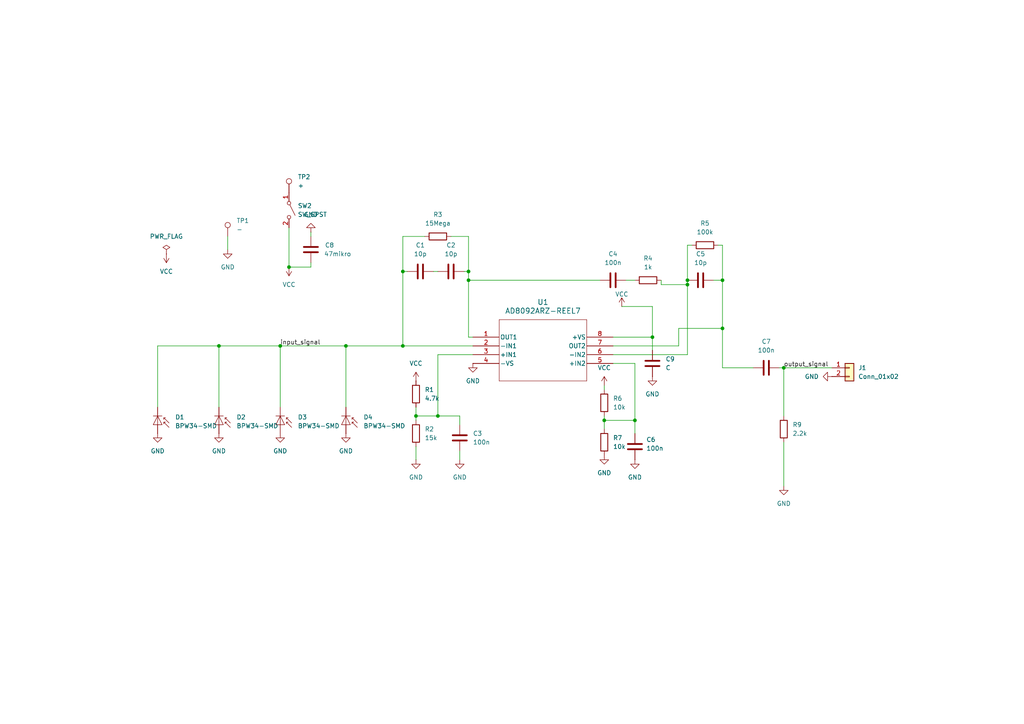
<source format=kicad_sch>
(kicad_sch (version 20250114) (generator "eeschema") (generator_version "9.0")
  (paper "A4")
  (title_block (title "Detector Version 2") (date "2025-04-06"))
  (lib_symbols
    (symbol "2025-03-21_07-43-58:AD8092ARZ-REEL7" (pin_names (offset 0.254))
      (property "Reference" "U" (at 20.32 10.16 0))
      (property "Value" "AD8092ARZ-REEL7" (at 20.32 7.62 0))
      (symbol "AD8092ARZ-REEL7_0_1"
        (polyline (pts (xy 7.62 5.08) (xy 7.62 -12.7)) (stroke (width 0.127)))
        (polyline (pts (xy 7.62 -12.7) (xy 33.02 -12.7)) (stroke (width 0.127)))
        (polyline (pts (xy 33.02 5.08) (xy 7.62 5.08)) (stroke (width 0.127)))
        (polyline (pts (xy 33.02 -12.7) (xy 33.02 5.08)) (stroke (width 0.127)))
        (pin unspecified line (at 0 0 0) (length 7.62) (name "OUT1") (number "1"))
        (pin unspecified line (at 0 -2.54 0) (length 7.62) (name "-IN1") (number "2"))
        (pin unspecified line (at 0 -5.08 0) (length 7.62) (name "+IN1") (number "3"))
        (pin power_in line (at 0 -7.62 0) (length 7.62) (name "-VS") (number "4"))
        (pin power_in line (at 40.64 0 180) (length 7.62) (name "+VS") (number "8"))
        (pin unspecified line (at 40.64 -2.54 180) (length 7.62) (name "OUT2") (number "7"))
        (pin unspecified line (at 40.64 -5.08 180) (length 7.62) (name "-IN2") (number "6"))
        (pin unspecified line (at 40.64 -7.62 180) (length 7.62) (name "+IN2") (number "5"))
      )
    )
    (symbol "Connector:TestPoint" (pin_numbers (hide yes)) (pin_names (offset 0.762) (hide yes))
      (property "Reference" "TP" (at 0 6.858 0))
      (property "Value" "TestPoint" (at 0 5.08 0))
      (symbol "TestPoint_0_1"
        (circle (center 0 3.302) (radius 0.762))
      )
      (symbol "TestPoint_1_1"
        (pin passive line (at 0 0 90) (length 2.54) (name "1") (number "1"))
      )
    )
    (symbol "Connector_Generic:Conn_01x02" (pin_names (offset 1.016) (hide yes))
      (property "Reference" "J" (at 0 2.54 0))
      (property "Value" "Conn_01x02" (at 0 -5.08 0))
      (symbol "Conn_01x02_1_1"
        (rectangle (start -1.27 1.27) (end 1.27 -3.81) (stroke (width 0.254)) (fill (type background)))
        (rectangle (start -1.27 0.127) (end 0 -0.127) (stroke (width 0.1524)))
        (rectangle (start -1.27 -2.413) (end 0 -2.667) (stroke (width 0.1524)))
        (pin passive line (at -5.08 0 0) (length 3.81) (name "Pin_1") (number "1"))
        (pin passive line (at -5.08 -2.54 0) (length 3.81) (name "Pin_2") (number "2"))
      )
    )
    (symbol "Device:C" (pin_numbers (hide yes)) (pin_names (offset 0.254))
      (property "Reference" "C" (at 0.635 2.54 0))
      (property "Value" "C" (at 0.635 -2.54 0))
      (symbol "C_0_1"
        (polyline (pts (xy -2.032 0.762) (xy 2.032 0.762)) (stroke (width 0.508)))
        (polyline (pts (xy -2.032 -0.762) (xy 2.032 -0.762)) (stroke (width 0.508)))
      )
      (symbol "C_1_1"
        (pin passive line (at 0 3.81 270) (length 2.794) (name "~") (number "1"))
        (pin passive line (at 0 -3.81 90) (length 2.794) (name "~") (number "2"))
      )
    )
    (symbol "Device:R" (pin_numbers (hide yes)) (pin_names (offset 0))
      (property "Reference" "R" (at 2.032 0 90))
      (property "Value" "R" (at 0 0 90))
      (symbol "R_0_1"
        (rectangle (start -1.016 -2.54) (end 1.016 2.54) (stroke (width 0.254)))
      )
      (symbol "R_1_1"
        (pin passive line (at 0 3.81 270) (length 1.27) (name "~") (number "1"))
        (pin passive line (at 0 -3.81 90) (length 1.27) (name "~") (number "2"))
      )
    )
    (symbol "Sensor_Optical:BPW34-SMD" (pin_numbers (hide yes)) (pin_names (offset 1.016) (hide yes))
      (property "Reference" "D" (at 0.508 1.778 0))
      (property "Value" "BPW34-SMD" (at -1.016 -2.794 0))
      (symbol "BPW34-SMD_0_1"
        (polyline (pts (xy -2.54 1.27) (xy -2.54 -1.27)) (stroke (width 0.1524)))
        (polyline (pts (xy -2.032 1.778) (xy -1.524 1.778)))
        (polyline (pts (xy -0.508 3.302) (xy -2.032 1.778) (xy -2.032 2.286)))
        (polyline (pts (xy 0 1.27) (xy -2.54 0) (xy 0 -1.27)))
        (polyline (pts (xy 0 0) (xy -2.54 0)))
        (polyline (pts (xy 0 -1.27) (xy 0 1.27)))
        (polyline (pts (xy 0.762 3.302) (xy -0.762 1.778) (xy -0.762 2.286) (xy -0.762 1.778) (xy -0.254 1.778)))
      )
      (symbol "BPW34-SMD_1_1"
        (pin passive line (at -5.08 0 0) (length 2.54) (name "K") (number "1"))
        (pin passive line (at 2.54 0 180) (length 2.54) (name "A") (number "2"))
      )
    )
    (symbol "Switch:SW_SPST" (pin_names (offset 0) (hide yes))
      (property "Reference" "SW" (at 0 3.175 0))
      (property "Value" "SW_SPST" (at 0 -2.54 0))
      (symbol "SW_SPST_0_0"
        (circle (center -2.032 0) (radius 0.508))
        (polyline (pts (xy -1.524 0.254) (xy 1.524 1.778)))
        (circle (center 2.032 0) (radius 0.508))
      )
      (symbol "SW_SPST_1_1"
        (pin passive line (at -5.08 0 0) (length 2.54) (name "A") (number "1"))
        (pin passive line (at 5.08 0 180) (length 2.54) (name "B") (number "2"))
      )
    )
    (symbol "power:GND" (power) (pin_numbers (hide yes)) (pin_names (offset 0) (hide yes))
      (property "Value" "GND" (at 0 -3.81 0))
      (symbol "GND_0_1"
        (polyline (pts (xy 0 0) (xy 0 -1.27) (xy 1.27 -1.27) (xy 0 -2.54) (xy -1.27 -1.27) (xy 0 -1.27)))
      )
      (symbol "GND_1_1"
        (pin power_in line (at 0 0 270) (length 0) (name "~") (number "1"))
      )
    )
    (symbol "power:PWR_FLAG" (power) (pin_numbers (hide yes)) (pin_names (offset 0) (hide yes))
      (property "Value" "PWR_FLAG" (at 0 3.81 0))
      (symbol "PWR_FLAG_0_0"
        (pin power_out line (at 0 0 90) (length 0) (name "~") (number "1"))
      )
      (symbol "PWR_FLAG_0_1"
        (polyline (pts (xy 0 0) (xy 0 1.27) (xy -1.016 1.905) (xy 0 2.54) (xy 1.016 1.905) (xy 0 1.27)))
      )
    )
    (symbol "power:VCC" (power) (pin_numbers (hide yes)) (pin_names (offset 0) (hide yes))
      (property "Value" "VCC" (at 0 3.556 0))
      (symbol "VCC_0_1"
        (polyline (pts (xy -0.762 1.27) (xy 0 2.54)))
        (polyline (pts (xy 0 2.54) (xy 0.762 1.27)))
        (polyline (pts (xy 0 0) (xy 0 2.54)))
      )
      (symbol "VCC_1_1"
        (pin power_in line (at 0 0 90) (length 0) (name "~") (number "1"))
      )
    )
  )
  (junction (at 116.84 100.33))
  (junction (at 100.33 100.33))
  (junction (at 189.23 97.79))
  (junction (at 184.15 121.92))
  (junction (at 135.89 81.28))
  (junction (at 81.28 100.33))
  (junction (at 199.39 81.28))
  (junction (at 63.5 100.33))
  (junction (at 209.55 81.28))
  (junction (at 127 120.65))
  (junction (at 83.82 77.47))
  (junction (at 175.26 121.92))
  (junction (at 116.84 78.74))
  (junction (at 227.33 106.68))
  (junction (at 120.65 120.65))
  (junction (at 209.55 95.25))
  (junction (at 199.39 82.55))
  (junction (at 135.89 78.74))
  (wire (pts (xy 63.5 100.33) (xy 63.5 118.11)))
  (wire (pts (xy 177.8 97.79) (xy 189.23 97.79)))
  (wire (pts (xy 100.33 100.33) (xy 100.33 118.11)))
  (wire (pts (xy 135.89 68.58) (xy 135.89 78.74)))
  (wire (pts (xy 227.33 128.27) (xy 227.33 140.97)))
  (wire (pts (xy 127 102.87) (xy 137.16 102.87)))
  (wire (pts (xy 83.82 66.04) (xy 83.82 77.47)))
  (wire (pts (xy 209.55 81.28) (xy 209.55 95.25)))
  (wire (pts (xy 120.65 120.65) (xy 127 120.65)))
  (wire (pts (xy 196.85 100.33) (xy 177.8 100.33)))
  (wire (pts (xy 135.89 81.28) (xy 135.89 97.79)))
  (wire (pts (xy 135.89 81.28) (xy 173.99 81.28)))
  (wire (pts (xy 120.65 129.54) (xy 120.65 133.35)))
  (wire (pts (xy 45.72 100.33) (xy 45.72 118.11)))
  (wire (pts (xy 199.39 71.12) (xy 199.39 81.28)))
  (wire (pts (xy 175.26 121.92) (xy 184.15 121.92)))
  (wire (pts (xy 120.65 118.11) (xy 120.65 120.65)))
  (wire (pts (xy 116.84 68.58) (xy 116.84 78.74)))
  (wire (pts (xy 45.72 100.33) (xy 63.5 100.33)))
  (wire (pts (xy 209.55 106.68) (xy 218.44 106.68)))
  (wire (pts (xy 63.5 100.33) (xy 81.28 100.33)))
  (wire (pts (xy 199.39 82.55) (xy 199.39 81.28)))
  (wire (pts (xy 81.28 100.33) (xy 100.33 100.33)))
  (wire (pts (xy 209.55 95.25) (xy 209.55 106.68)))
  (wire (pts (xy 209.55 71.12) (xy 209.55 81.28)))
  (wire (pts (xy 184.15 105.41) (xy 184.15 121.92)))
  (wire (pts (xy 189.23 97.79) (xy 189.23 88.9)))
  (wire (pts (xy 120.65 120.65) (xy 120.65 121.92)))
  (wire (pts (xy 226.06 106.68) (xy 227.33 106.68)))
  (wire (pts (xy 133.35 120.65) (xy 133.35 123.19)))
  (wire (pts (xy 133.35 130.81) (xy 133.35 133.35)))
  (wire (pts (xy 134.62 78.74) (xy 135.89 78.74)))
  (wire (pts (xy 227.33 106.68) (xy 227.33 120.65)))
  (wire (pts (xy 100.33 100.33) (xy 116.84 100.33)))
  (wire (pts (xy 135.89 97.79) (xy 137.16 97.79)))
  (wire (pts (xy 184.15 121.92) (xy 184.15 125.73)))
  (wire (pts (xy 90.17 67.31) (xy 90.17 68.58)))
  (wire (pts (xy 175.26 113.03) (xy 175.26 111.76)))
  (wire (pts (xy 116.84 68.58) (xy 123.19 68.58)))
  (wire (pts (xy 90.17 76.2) (xy 90.17 77.47)))
  (wire (pts (xy 81.28 100.33) (xy 81.28 118.11)))
  (wire (pts (xy 83.82 77.47) (xy 90.17 77.47)))
  (wire (pts (xy 189.23 101.6) (xy 189.23 97.79)))
  (wire (pts (xy 175.26 120.65) (xy 175.26 121.92)))
  (wire (pts (xy 66.04 68.58) (xy 66.04 72.39)))
  (wire (pts (xy 127 102.87) (xy 127 120.65)))
  (wire (pts (xy 181.61 81.28) (xy 184.15 81.28)))
  (wire (pts (xy 184.15 105.41) (xy 177.8 105.41)))
  (wire (pts (xy 191.77 82.55) (xy 199.39 82.55)))
  (wire (pts (xy 199.39 82.55) (xy 199.39 102.87)))
  (wire (pts (xy 116.84 78.74) (xy 118.11 78.74)))
  (wire (pts (xy 135.89 78.74) (xy 135.89 81.28)))
  (wire (pts (xy 125.73 78.74) (xy 127 78.74)))
  (wire (pts (xy 196.85 95.25) (xy 209.55 95.25)))
  (wire (pts (xy 199.39 102.87) (xy 177.8 102.87)))
  (wire (pts (xy 116.84 100.33) (xy 116.84 78.74)))
  (wire (pts (xy 127 120.65) (xy 133.35 120.65)))
  (wire (pts (xy 207.01 81.28) (xy 209.55 81.28)))
  (wire (pts (xy 189.23 88.9) (xy 180.34 88.9)))
  (wire (pts (xy 116.84 100.33) (xy 137.16 100.33)))
  (wire (pts (xy 208.28 71.12) (xy 209.55 71.12)))
  (wire (pts (xy 199.39 71.12) (xy 200.66 71.12)))
  (wire (pts (xy 175.26 121.92) (xy 175.26 124.46)))
  (wire (pts (xy 191.77 82.55) (xy 191.77 81.28)))
  (wire (pts (xy 227.33 106.68) (xy 241.3 106.68)))
  (wire (pts (xy 130.81 68.58) (xy 135.89 68.58)))
  (wire (pts (xy 196.85 95.25) (xy 196.85 100.33)))
  (label "input_signal" (at 81.28 100.33 0))
  (label "output_signal" (at 227.33 106.68 0))
  (symbol (lib_id "power:GND") (at 66.04 72.39 0) (unit 1)
    (property "Reference" "#PWR018" (effects (hide yes)))
    (property "Value" "GND" (at 66.04 77.47 0))
    (property "Description" "Power symbol creates a global label with name \"GND\" , ground" (effects (hide yes)))
  )
  (symbol (lib_id "power:VCC") (at 83.82 77.47 180) (unit 1)
    (property "Reference" "#PWR019" (effects (hide yes)))
    (property "Value" "VCC" (at 83.82 82.55 0))
    (property "Description" "Power symbol creates a global label with name \"VCC\"" (effects (hide yes)))
  )
  (symbol (lib_id "power:PWR_FLAG") (at 48.26 73.66 0) (unit 1)
    (property "Reference" "#FLG01" (effects (hide yes)))
    (property "Value" "PWR_FLAG" (at 48.26 68.58 0))
    (property "Description" "Special symbol for telling ERC where power comes from" (effects (hide yes)))
  )
  (symbol (lib_id "Device:C") (at 121.92 78.74 90) (unit 1)
    (property "Reference" "C1" (at 121.92 71.12 90))
    (property "Value" "10p" (at 121.92 73.66 90))
    (property "Footprint" "Capacitor_SMD:C_0805_2012Metric" (effects (hide yes)))
    (property "Description" "Unpolarized capacitor" (effects (hide yes)))
  )
  (symbol (lib_id "Device:C") (at 203.2 81.28 90) (unit 1)
    (property "Reference" "C5" (at 203.2 73.66 90))
    (property "Value" "10p" (at 203.2 76.2 90))
    (property "Footprint" "Capacitor_SMD:C_0805_2012Metric" (effects (hide yes)))
    (property "Description" "Unpolarized capacitor" (effects (hide yes)))
  )
  (symbol (lib_id "power:GND") (at 189.23 109.22 0) (unit 1)
    (property "Reference" "#PWR02" (effects (hide yes)))
    (property "Value" "GND" (at 189.23 114.3 0))
    (property "Description" "Power symbol creates a global label with name \"GND\" , ground" (effects (hide yes)))
  )
  (symbol (lib_id "Device:C") (at 184.15 129.54 180) (unit 1)
    (property "Reference" "C6" (at 187.452 127.508 0) (effects (justify right)))
    (property "Value" "100n" (at 187.452 130.048 0) (effects (justify right)))
    (property "Footprint" "Capacitor_SMD:C_0805_2012Metric" (effects (hide yes)))
    (property "Description" "Unpolarized capacitor" (effects (hide yes)))
  )
  (symbol (lib_id "Device:C") (at 130.81 78.74 90) (unit 1)
    (property "Reference" "C2" (at 130.81 71.12 90))
    (property "Value" "10p" (at 130.81 73.66 90))
    (property "Footprint" "Capacitor_SMD:C_0805_2012Metric" (effects (hide yes)))
    (property "Description" "Unpolarized capacitor" (effects (hide yes)))
  )
  (symbol (lib_id "power:VCC") (at 48.26 73.66 180) (unit 1)
    (property "Reference" "#PWR014" (effects (hide yes)))
    (property "Value" "VCC" (at 48.26 78.74 0))
    (property "Description" "Power symbol creates a global label with name \"VCC\"" (effects (hide yes)))
  )
  (symbol (lib_id "power:GND") (at 45.72 125.73 0) (unit 1)
    (property "Reference" "#PWR03" (effects (hide yes)))
    (property "Value" "GND" (at 45.72 130.81 0))
    (property "Description" "Power symbol creates a global label with name \"GND\" , ground" (effects (hide yes)))
  )
  (symbol (lib_id "power:GND") (at 227.33 140.97 0) (unit 1)
    (property "Reference" "#PWR011" (effects (hide yes)))
    (property "Value" "GND" (at 227.33 146.05 0))
    (property "Description" "Power symbol creates a global label with name \"GND\" , ground" (effects (hide yes)))
  )
  (symbol (lib_id "Sensor_Optical:BPW34-SMD") (at 45.72 123.19 270) (unit 1)
    (property "Reference" "D1" (at 50.8 120.9928 90) (effects (justify left)))
    (property "Value" "BPW34-SMD" (at 50.8 123.5328 90) (effects (justify left)))
    (property "Footprint" "footprints:LED_VBPW34S_VIS" (effects (hide yes)))
    (property "Datasheet" "https://dammedia.osram.info/media/resource/hires/osram-dam-5488319/BPW%2034%20S_EN.pdf" (effects (hide yes)))
    (property "Description" "Silicon PIN Photodiode, Area 2.65x2.65mm" (effects (hide yes)))
  )
  (symbol (lib_id "Device:C") (at 177.8 81.28 90) (unit 1)
    (property "Reference" "C4" (at 177.8 73.66 90))
    (property "Value" "100n" (at 177.8 76.2 90))
    (property "Footprint" "Capacitor_SMD:C_0805_2012Metric" (effects (hide yes)))
    (property "Description" "Unpolarized capacitor" (effects (hide yes)))
  )
  (symbol (lib_id "power:VCC") (at 120.65 110.49 0) (unit 1)
    (property "Reference" "#PWR012" (effects (hide yes)))
    (property "Value" "VCC" (at 120.65 105.41 0))
    (property "Description" "Power symbol creates a global label with name \"VCC\"" (effects (hide yes)))
  )
  (symbol (lib_id "power:GND") (at 241.3 109.22 270) (unit 1)
    (property "Reference" "#PWR017" (effects (hide yes)))
    (property "Value" "GND" (at 237.49 109.2199 90) (effects (justify right)))
    (property "Description" "Power symbol creates a global label with name \"GND\" , ground" (effects (hide yes)))
  )
  (symbol (lib_id "Device:R") (at 127 68.58 90) (unit 1)
    (property "Reference" "R3" (at 127 62.23 90))
    (property "Value" "15Mega" (at 127 64.77 90))
    (property "Footprint" "Resistor_SMD:R_0805_2012Metric" (effects (hide yes)))
    (property "Description" "Resistor" (effects (hide yes)))
  )
  (symbol (lib_id "Connector_Generic:Conn_01x02") (at 246.38 106.68 0) (unit 1)
    (property "Reference" "J1" (at 248.92 106.6799 0) (effects (justify left)))
    (property "Value" "Conn_01x02" (at 248.92 109.2199 0) (effects (justify left)))
    (property "Footprint" "footprints:CONN_SJ-2523-SMT-TR_CUD" (effects (hide yes)))
    (property "Description" "Generic connector, single row, 01x02, script generated (kicad-library-utils/schlib/autogen/connector/)" (effects (hide yes)))
  )
  (symbol (lib_id "power:GND") (at 81.28 125.73 0) (unit 1)
    (property "Reference" "#PWR015" (effects (hide yes)))
    (property "Value" "GND" (at 81.28 130.81 0))
    (property "Description" "Power symbol creates a global label with name \"GND\" , ground" (effects (hide yes)))
  )
  (symbol (lib_id "power:GND") (at 120.65 133.35 0) (unit 1)
    (property "Reference" "#PWR07" (effects (hide yes)))
    (property "Value" "GND" (at 120.65 138.43 0))
    (property "Description" "Power symbol creates a global label with name \"GND\" , ground" (effects (hide yes)))
  )
  (symbol (lib_id "Switch:SW_SPST") (at 83.82 60.96 270) (unit 1)
    (property "Reference" "SW2" (at 86.36 59.6899 90) (effects (justify left)))
    (property "Value" "SW_SPST" (at 86.36 62.2299 90) (effects (justify left)))
    (property "Footprint" "footprints:SSSS810701" (effects (hide yes)))
    (property "Description" "Single Pole Single Throw (SPST) switch" (effects (hide yes)))
  )
  (symbol (lib_id "Device:R") (at 175.26 116.84 0) (unit 1)
    (property "Reference" "R6" (at 177.8 115.5699 0) (effects (justify left)))
    (property "Value" "10k" (at 177.8 118.1099 0) (effects (justify left)))
    (property "Footprint" "Resistor_SMD:R_0805_2012Metric" (effects (hide yes)))
    (property "Description" "Resistor" (effects (hide yes)))
  )
  (symbol (lib_id "power:GND") (at 137.16 105.41 0) (unit 1)
    (property "Reference" "#PWR01" (effects (hide yes)))
    (property "Value" "GND" (at 137.16 110.49 0))
    (property "Description" "Power symbol creates a global label with name \"GND\" , ground" (effects (hide yes)))
  )
  (symbol (lib_id "Sensor_Optical:BPW34-SMD") (at 100.33 123.19 270) (unit 1)
    (property "Reference" "D4" (at 105.41 120.9928 90) (effects (justify left)))
    (property "Value" "BPW34-SMD" (at 105.41 123.5328 90) (effects (justify left)))
    (property "Footprint" "footprints:LED_VBPW34S_VIS" (effects (hide yes)))
    (property "Datasheet" "https://dammedia.osram.info/media/resource/hires/osram-dam-5488319/BPW%2034%20S_EN.pdf" (effects (hide yes)))
    (property "Description" "Silicon PIN Photodiode, Area 2.65x2.65mm" (effects (hide yes)))
  )
  (symbol (lib_id "Device:C") (at 189.23 105.41 0) (unit 1)
    (property "Reference" "C9" (at 193.04 104.1399 0) (effects (justify left)))
    (property "Value" "C" (at 193.04 106.6799 0) (effects (justify left)))
    (property "Description" "Unpolarized capacitor" (effects (hide yes)))
  )
  (symbol (lib_id "power:GND") (at 184.15 133.35 0) (unit 1)
    (property "Reference" "#PWR010" (effects (hide yes)))
    (property "Value" "GND" (at 184.15 138.43 0))
    (property "Description" "Power symbol creates a global label with name \"GND\" , ground" (effects (hide yes)))
  )
  (symbol (lib_id "Device:C") (at 222.25 106.68 90) (unit 1)
    (property "Reference" "C7" (at 222.25 99.06 90))
    (property "Value" "100n" (at 222.25 101.6 90))
    (property "Footprint" "Capacitor_SMD:C_0805_2012Metric" (effects (hide yes)))
    (property "Description" "Unpolarized capacitor" (effects (hide yes)))
  )
  (symbol (lib_id "Connector:TestPoint") (at 66.04 68.58 0) (unit 1)
    (property "Reference" "TP1" (at 68.58 64.0079 0) (effects (justify left)))
    (property "Value" "-" (at 68.58 66.5479 0) (effects (justify left)))
    (property "Footprint" "Connector_PinHeader_1.00mm:PinHeader_1x01_P1.00mm_Vertical" (effects (hide yes)))
    (property "Description" "test point" (effects (hide yes)))
  )
  (symbol (lib_id "power:GND") (at 100.33 125.73 0) (unit 1)
    (property "Reference" "#PWR016" (effects (hide yes)))
    (property "Value" "GND" (at 100.33 130.81 0))
    (property "Description" "Power symbol creates a global label with name \"GND\" , ground" (effects (hide yes)))
  )
  (symbol (lib_id "2025-03-21_07-43-58:AD8092ARZ-REEL7") (at 137.16 97.79 0) (unit 1)
    (property "Reference" "U1" (at 157.48 87.63 0) (effects (font (size 1.524 1.524))))
    (property "Value" "AD8092ARZ-REEL7" (at 157.48 90.17 0) (effects (font (size 1.524 1.524))))
    (property "Footprint" "footprints:R_8_ADI" (effects (hide yes)))
    (property "Datasheet" "AD8092ARZ-REEL7" (effects (hide yes)))
  )
  (symbol (lib_id "Device:R") (at 120.65 114.3 0) (unit 1)
    (property "Reference" "R1" (at 123.19 113.0299 0) (effects (justify left)))
    (property "Value" "4.7k" (at 123.19 115.5699 0) (effects (justify left)))
    (property "Footprint" "Resistor_SMD:R_0805_2012Metric" (effects (hide yes)))
    (property "Description" "Resistor" (effects (hide yes)))
  )
  (symbol (lib_id "power:VCC") (at 180.34 88.9 0) (unit 1)
    (property "Reference" "#PWR06" (effects (hide yes)))
    (property "Value" "VCC" (at 180.34 85.344 0))
    (property "Description" "Power symbol creates a global label with name \"VCC\"" (effects (hide yes)))
  )
  (symbol (lib_id "Device:R") (at 187.96 81.28 90) (unit 1)
    (property "Reference" "R4" (at 187.96 74.93 90))
    (property "Value" "1k" (at 187.96 77.47 90))
    (property "Footprint" "Resistor_SMD:R_0805_2012Metric" (effects (hide yes)))
    (property "Description" "Resistor" (effects (hide yes)))
  )
  (symbol (lib_id "Device:C") (at 133.35 127 0) (unit 1)
    (property "Reference" "C3" (at 137.16 125.7299 0) (effects (justify left)))
    (property "Value" "100n" (at 137.16 128.2699 0) (effects (justify left)))
    (property "Footprint" "Capacitor_SMD:C_0805_2012Metric" (effects (hide yes)))
    (property "Description" "Unpolarized capacitor" (effects (hide yes)))
  )
  (symbol (lib_id "power:VCC") (at 175.26 111.76 0) (unit 1)
    (property "Reference" "#PWR013" (effects (hide yes)))
    (property "Value" "VCC" (at 175.26 106.68 0))
    (property "Description" "Power symbol creates a global label with name \"VCC\"" (effects (hide yes)))
  )
  (symbol (lib_id "Connector:TestPoint") (at 83.82 55.88 0) (unit 1)
    (property "Reference" "TP2" (at 86.36 51.3079 0) (effects (justify left)))
    (property "Value" "+" (at 86.36 53.8479 0) (effects (justify left)))
    (property "Footprint" "Connector_PinHeader_1.00mm:PinHeader_1x01_P1.00mm_Vertical" (effects (hide yes)))
    (property "Description" "test point" (effects (hide yes)))
  )
  (symbol (lib_id "Device:R") (at 227.33 124.46 0) (unit 1)
    (property "Reference" "R9" (at 229.87 123.1899 0) (effects (justify left)))
    (property "Value" "2.2k" (at 229.87 125.7299 0) (effects (justify left)))
    (property "Footprint" "Resistor_SMD:R_0805_2012Metric" (effects (hide yes)))
    (property "Description" "Resistor" (effects (hide yes)))
  )
  (symbol (lib_id "Device:C") (at 90.17 72.39 180) (unit 1)
    (property "Reference" "C8" (at 94.234 71.12 0) (effects (justify right)))
    (property "Value" "47mikro" (at 93.98 73.6599 0) (effects (justify right)))
    (property "Footprint" "footprints:PCAP_EEHZ_D_PAN" (effects (hide yes)))
    (property "Description" "Unpolarized capacitor" (effects (hide yes)))
  )
  (symbol (lib_id "Sensor_Optical:BPW34-SMD") (at 63.5 123.19 270) (unit 1)
    (property "Reference" "D2" (at 68.58 120.9928 90) (effects (justify left)))
    (property "Value" "BPW34-SMD" (at 68.58 123.5328 90) (effects (justify left)))
    (property "Footprint" "footprints:LED_VBPW34S_VIS" (effects (hide yes)))
    (property "Datasheet" "https://dammedia.osram.info/media/resource/hires/osram-dam-5488319/BPW%2034%20S_EN.pdf" (effects (hide yes)))
    (property "Description" "Silicon PIN Photodiode, Area 2.65x2.65mm" (effects (hide yes)))
  )
  (symbol (lib_id "power:GND") (at 63.5 125.73 0) (unit 1)
    (property "Reference" "#PWR04" (effects (hide yes)))
    (property "Value" "GND" (at 63.5 130.81 0))
    (property "Description" "Power symbol creates a global label with name \"GND\" , ground" (effects (hide yes)))
  )
  (symbol (lib_id "Device:R") (at 120.65 125.73 0) (unit 1)
    (property "Reference" "R2" (at 123.19 124.4599 0) (effects (justify left)))
    (property "Value" "15k" (at 123.19 126.9999 0) (effects (justify left)))
    (property "Footprint" "Resistor_SMD:R_0805_2012Metric" (effects (hide yes)))
    (property "Description" "Resistor" (effects (hide yes)))
  )
  (symbol (lib_id "Device:R") (at 204.47 71.12 90) (unit 1)
    (property "Reference" "R5" (at 204.47 64.77 90))
    (property "Value" "100k" (at 204.47 67.31 90))
    (property "Footprint" "Resistor_SMD:R_0805_2012Metric" (effects (hide yes)))
    (property "Description" "Resistor" (effects (hide yes)))
  )
  (symbol (lib_id "power:GND") (at 175.26 132.08 0) (unit 1)
    (property "Reference" "#PWR09" (effects (hide yes)))
    (property "Value" "GND" (at 175.26 137.16 0))
    (property "Description" "Power symbol creates a global label with name \"GND\" , ground" (effects (hide yes)))
  )
  (symbol (lib_id "Device:R") (at 175.26 128.27 0) (unit 1)
    (property "Reference" "R7" (at 177.8 126.9999 0) (effects (justify left)))
    (property "Value" "10k" (at 177.8 129.5399 0) (effects (justify left)))
    (property "Footprint" "Resistor_SMD:R_0805_2012Metric" (effects (hide yes)))
    (property "Description" "Resistor" (effects (hide yes)))
  )
  (symbol (lib_id "power:GND") (at 133.35 133.35 0) (unit 1)
    (property "Reference" "#PWR08" (effects (hide yes)))
    (property "Value" "GND" (at 133.35 138.43 0))
    (property "Description" "Power symbol creates a global label with name \"GND\" , ground" (effects (hide yes)))
  )
  (symbol (lib_id "power:GND") (at 90.17 67.31 180) (unit 1)
    (property "Reference" "#PWR05" (effects (hide yes)))
    (property "Value" "GND" (at 90.17 62.23 0))
    (property "Description" "Power symbol creates a global label with name \"GND\" , ground" (effects (hide yes)))
  )
  (symbol (lib_id "Sensor_Optical:BPW34-SMD") (at 81.28 123.19 270) (unit 1)
    (property "Reference" "D3" (at 86.36 120.9928 90) (effects (justify left)))
    (property "Value" "BPW34-SMD" (at 86.36 123.5328 90) (effects (justify left)))
    (property "Footprint" "footprints:LED_VBPW34S_VIS" (effects (hide yes)))
    (property "Datasheet" "https://dammedia.osram.info/media/resource/hires/osram-dam-5488319/BPW%2034%20S_EN.pdf" (effects (hide yes)))
    (property "Description" "Silicon PIN Photodiode, Area 2.65x2.65mm" (effects (hide yes)))
  )
)
</source>
